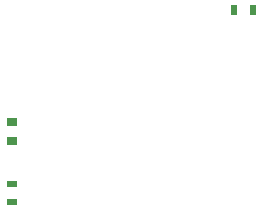
<source format=gtp>
G04*
G04 #@! TF.GenerationSoftware,Altium Limited,Altium Designer,21.0.9 (235)*
G04*
G04 Layer_Color=8421504*
%FSLAX44Y44*%
%MOMM*%
G71*
G04*
G04 #@! TF.SameCoordinates,A09F276E-AA30-40E7-8DD8-8EDFBC635AFD*
G04*
G04*
G04 #@! TF.FilePolarity,Positive*
G04*
G01*
G75*
%ADD13R,0.9500X0.6000*%
%ADD14R,0.9500X0.7000*%
%ADD15R,0.6000X0.9500*%
D13*
X20988Y217320D02*
D03*
Y201320D02*
D03*
D14*
Y253320D02*
D03*
Y269320D02*
D03*
D15*
X209170Y363982D02*
D03*
X225170D02*
D03*
M02*

</source>
